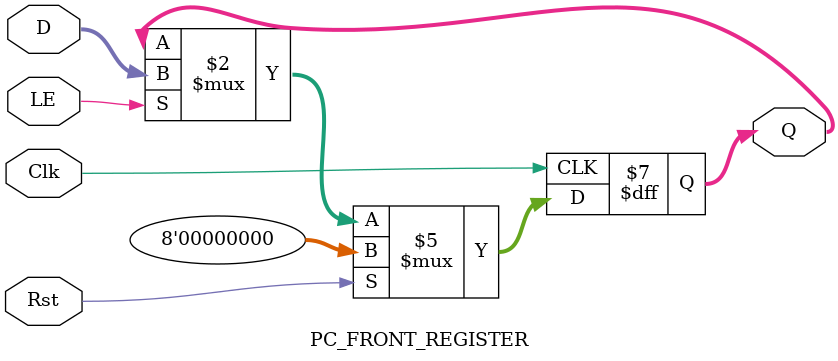
<source format=v>
module PC_FRONT_REGISTER (
    output reg [7:0] Q,     // 8-bit output 
    input wire [7:0] D,     // 8-bit input
    input wire LE, Rst, Clk  // Load enable, synchronous reset, clock
);
    always @(posedge Clk) begin
        if (Rst)
            Q <= 8'h00;      // Synchronous reset to 0
        else if (LE)
            Q <= D;          // Load input value if LE is high
    end
endmodule

</source>
